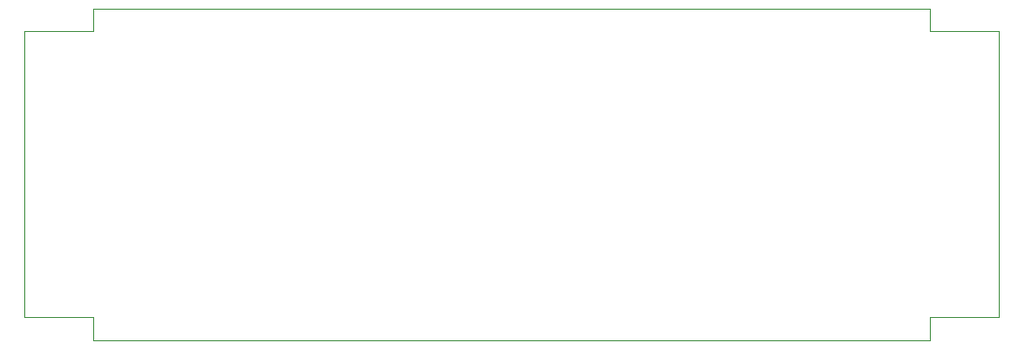
<source format=gm1>
G04 #@! TF.GenerationSoftware,KiCad,Pcbnew,8.0.3*
G04 #@! TF.CreationDate,2025-03-14T18:39:27+01:00*
G04 #@! TF.ProjectId,NIXIE_Sterownik,4e495849-455f-4537-9465-726f776e696b,rev?*
G04 #@! TF.SameCoordinates,Original*
G04 #@! TF.FileFunction,Profile,NP*
%FSLAX46Y46*%
G04 Gerber Fmt 4.6, Leading zero omitted, Abs format (unit mm)*
G04 Created by KiCad (PCBNEW 8.0.3) date 2025-03-14 18:39:27*
%MOMM*%
%LPD*%
G01*
G04 APERTURE LIST*
G04 #@! TA.AperFunction,Profile*
%ADD10C,0.050000*%
G04 #@! TD*
G04 APERTURE END LIST*
D10*
X158500000Y-57000000D02*
X164500000Y-57000000D01*
X164500000Y-82000000D01*
X158500000Y-82000000D01*
X158500000Y-84000000D01*
X85500000Y-84000000D01*
X85500000Y-82000000D01*
X79500000Y-82000000D01*
X79500000Y-57000000D01*
X85500000Y-57000000D01*
X85500000Y-55000000D01*
X158500000Y-55000000D01*
X158500000Y-57000000D01*
M02*

</source>
